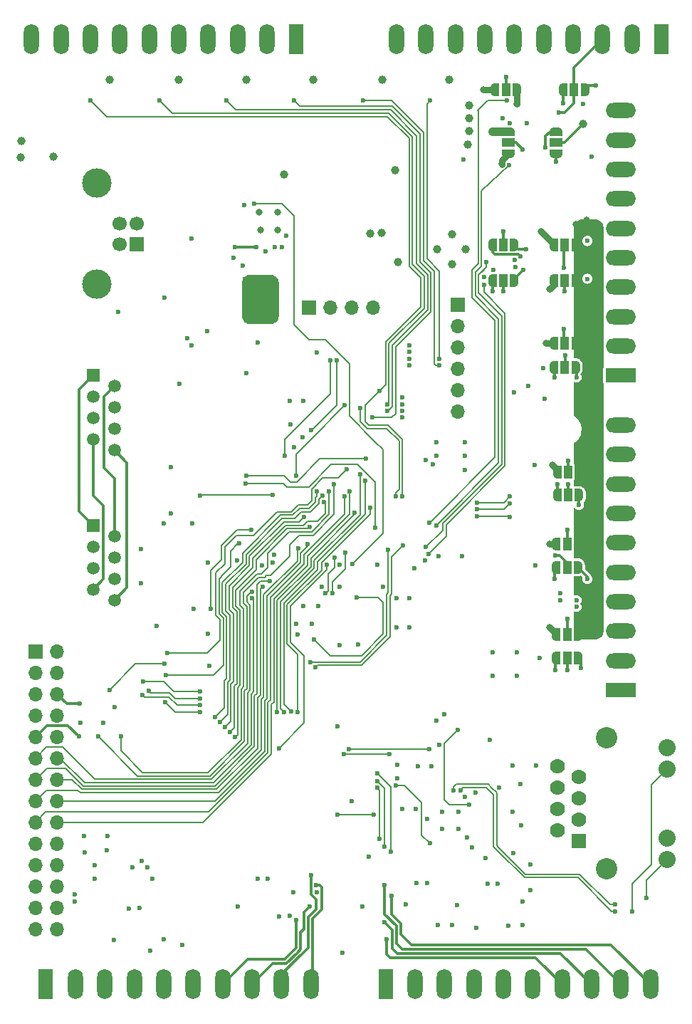
<source format=gbr>
%TF.GenerationSoftware,KiCad,Pcbnew,5.99.0-unknown-14cba9723f~116~ubuntu18.04.1*%
%TF.CreationDate,2021-02-18T14:37:27+01:00*%
%TF.ProjectId,Uni_Printer,556e695f-5072-4696-9e74-65722e6b6963,rev?*%
%TF.SameCoordinates,PX48009e0PY88da2e0*%
%TF.FileFunction,Copper,L4,Bot*%
%TF.FilePolarity,Positive*%
%FSLAX46Y46*%
G04 Gerber Fmt 4.6, Leading zero omitted, Abs format (unit mm)*
G04 Created by KiCad (PCBNEW 5.99.0-unknown-14cba9723f~116~ubuntu18.04.1) date 2021-02-18 14:37:27*
%MOMM*%
%LPD*%
G01*
G04 APERTURE LIST*
G04 Aperture macros list*
%AMFreePoly0*
4,1,22,0.550000,-0.750000,0.000000,-0.750000,0.000000,-0.745033,-0.079941,-0.743568,-0.215256,-0.701293,-0.333266,-0.622738,-0.424486,-0.514219,-0.481581,-0.384460,-0.499164,-0.250000,-0.500000,-0.250000,-0.500000,0.250000,-0.499164,0.250000,-0.499963,0.256109,-0.478152,0.396186,-0.417904,0.524511,-0.324060,0.630769,-0.204165,0.706417,-0.067858,0.745374,0.000000,0.744959,0.000000,0.750000,
0.550000,0.750000,0.550000,-0.750000,0.550000,-0.750000,$1*%
%AMFreePoly1*
4,1,20,0.000000,0.744959,0.073905,0.744508,0.209726,0.703889,0.328688,0.626782,0.421226,0.519385,0.479903,0.390333,0.500000,0.250000,0.500000,-0.250000,0.499851,-0.262216,0.476331,-0.402017,0.414519,-0.529596,0.319384,-0.634700,0.198574,-0.708877,0.061801,-0.746166,0.000000,-0.745033,0.000000,-0.750000,-0.550000,-0.750000,-0.550000,0.750000,0.000000,0.750000,0.000000,0.744959,
0.000000,0.744959,$1*%
G04 Aperture macros list end*
%TA.AperFunction,ComponentPad*%
%ADD10R,1.800000X3.600000*%
%TD*%
%TA.AperFunction,ComponentPad*%
%ADD11O,1.800000X3.600000*%
%TD*%
%TA.AperFunction,ComponentPad*%
%ADD12R,1.500000X1.500000*%
%TD*%
%TA.AperFunction,ComponentPad*%
%ADD13C,1.500000*%
%TD*%
%TA.AperFunction,ComponentPad*%
%ADD14R,3.600000X1.800000*%
%TD*%
%TA.AperFunction,ComponentPad*%
%ADD15O,3.600000X1.800000*%
%TD*%
%TA.AperFunction,ComponentPad*%
%ADD16R,1.700000X1.700000*%
%TD*%
%TA.AperFunction,ComponentPad*%
%ADD17O,1.700000X1.700000*%
%TD*%
%TA.AperFunction,ComponentPad*%
%ADD18R,1.778000X1.778000*%
%TD*%
%TA.AperFunction,ComponentPad*%
%ADD19C,1.778000*%
%TD*%
%TA.AperFunction,ComponentPad*%
%ADD20C,2.032000*%
%TD*%
%TA.AperFunction,ComponentPad*%
%ADD21C,2.540000*%
%TD*%
%TA.AperFunction,ComponentPad*%
%ADD22C,1.700000*%
%TD*%
%TA.AperFunction,ComponentPad*%
%ADD23C,3.500000*%
%TD*%
%TA.AperFunction,SMDPad,CuDef*%
%ADD24FreePoly0,0.000000*%
%TD*%
%TA.AperFunction,SMDPad,CuDef*%
%ADD25R,1.000000X1.500000*%
%TD*%
%TA.AperFunction,SMDPad,CuDef*%
%ADD26FreePoly1,0.000000*%
%TD*%
%TA.AperFunction,SMDPad,CuDef*%
%ADD27FreePoly0,180.000000*%
%TD*%
%TA.AperFunction,SMDPad,CuDef*%
%ADD28FreePoly1,180.000000*%
%TD*%
%TA.AperFunction,SMDPad,CuDef*%
%ADD29FreePoly0,90.000000*%
%TD*%
%TA.AperFunction,SMDPad,CuDef*%
%ADD30R,1.500000X1.000000*%
%TD*%
%TA.AperFunction,SMDPad,CuDef*%
%ADD31FreePoly1,90.000000*%
%TD*%
%TA.AperFunction,SMDPad,CuDef*%
%ADD32FreePoly0,270.000000*%
%TD*%
%TA.AperFunction,SMDPad,CuDef*%
%ADD33FreePoly1,270.000000*%
%TD*%
%TA.AperFunction,ViaPad*%
%ADD34C,0.600000*%
%TD*%
%TA.AperFunction,ViaPad*%
%ADD35C,1.000000*%
%TD*%
%TA.AperFunction,ViaPad*%
%ADD36C,0.800000*%
%TD*%
%TA.AperFunction,Conductor*%
%ADD37C,0.800000*%
%TD*%
%TA.AperFunction,Conductor*%
%ADD38C,0.200000*%
%TD*%
%TA.AperFunction,Conductor*%
%ADD39C,1.000000*%
%TD*%
%TA.AperFunction,Conductor*%
%ADD40C,0.300000*%
%TD*%
G04 APERTURE END LIST*
D10*
X4700000Y7500000D03*
D11*
X8200000Y7500000D03*
X11700000Y7500000D03*
X15200000Y7500000D03*
X18700000Y7500000D03*
X22200000Y7500000D03*
X25700000Y7500000D03*
X29200000Y7500000D03*
X32700000Y7500000D03*
X36200000Y7500000D03*
D12*
X10300000Y79900000D03*
D13*
X12840000Y78630000D03*
X10300000Y77360000D03*
X12840000Y76090000D03*
X10300000Y74820000D03*
X12840000Y73550000D03*
X10300000Y72280000D03*
X12840000Y71010000D03*
D14*
X73100000Y42500000D03*
D15*
X73100000Y46000000D03*
X73100000Y49500000D03*
X73100000Y53000000D03*
X73100000Y56500000D03*
X73100000Y60000000D03*
X73100000Y63500000D03*
X73100000Y67000000D03*
X73100000Y70500000D03*
X73100000Y74000000D03*
D16*
X3500000Y47120000D03*
D17*
X6040000Y47120000D03*
X3500000Y44580000D03*
X6040000Y44580000D03*
X3500000Y42040000D03*
X6040000Y42040000D03*
X3500000Y39500000D03*
X6040000Y39500000D03*
X3500000Y36960000D03*
X6040000Y36960000D03*
X3500000Y34420000D03*
X6040000Y34420000D03*
X3500000Y31880000D03*
X6040000Y31880000D03*
X3500000Y29340000D03*
X6040000Y29340000D03*
X3500000Y26800000D03*
X6040000Y26800000D03*
X3500000Y24260000D03*
X6040000Y24260000D03*
X3500000Y21720000D03*
X6040000Y21720000D03*
X3500000Y19180000D03*
X6040000Y19180000D03*
X3500000Y16640000D03*
X6040000Y16640000D03*
X3500000Y14100000D03*
X6040000Y14100000D03*
D16*
X53650000Y88275000D03*
D17*
X53650000Y85735000D03*
X53650000Y83195000D03*
X53650000Y80655000D03*
X53650000Y78115000D03*
X53650000Y75575000D03*
D10*
X77900000Y119900000D03*
D11*
X74400000Y119900000D03*
X70900000Y119900000D03*
X67400000Y119900000D03*
X63900000Y119900000D03*
X60400000Y119900000D03*
X56900000Y119900000D03*
X53400000Y119900000D03*
X49900000Y119900000D03*
X46400000Y119900000D03*
D10*
X34500000Y119900000D03*
D11*
X31000000Y119900000D03*
X27500000Y119900000D03*
X24000000Y119900000D03*
X20500000Y119900000D03*
X17000000Y119900000D03*
X13500000Y119900000D03*
X10000000Y119900000D03*
X6500000Y119900000D03*
X3000000Y119900000D03*
D10*
X45100000Y7500000D03*
D11*
X48600000Y7500000D03*
X52100000Y7500000D03*
X55600000Y7500000D03*
X59100000Y7500000D03*
X62600000Y7500000D03*
X66100000Y7500000D03*
X69600000Y7500000D03*
X73100000Y7500000D03*
X76600000Y7500000D03*
D14*
X73100000Y79900000D03*
D15*
X73100000Y83400000D03*
X73100000Y86900000D03*
X73100000Y90400000D03*
X73100000Y93900000D03*
X73100000Y97400000D03*
X73100000Y100900000D03*
X73100000Y104400000D03*
X73100000Y107900000D03*
X73100000Y111400000D03*
D18*
X68100000Y24600000D03*
D19*
X65560000Y25870000D03*
X68100000Y27140000D03*
X65560000Y28410000D03*
X68100000Y29680000D03*
X65560000Y30950000D03*
X68100000Y32220000D03*
X65560000Y33490000D03*
D20*
X78564800Y22395400D03*
X78564800Y24935000D03*
X78564800Y33130000D03*
X78564800Y35669200D03*
D21*
X71400000Y36795000D03*
X71400000Y21295000D03*
D16*
X15500000Y95500000D03*
D22*
X15500000Y98000000D03*
X13500000Y98000000D03*
X13500000Y95500000D03*
D23*
X10790000Y102770000D03*
X10790000Y90730000D03*
D16*
X36000000Y88000000D03*
D17*
X38540000Y88000000D03*
X41080000Y88000000D03*
X43620000Y88000000D03*
D12*
X10300000Y62100000D03*
D13*
X12840000Y60830000D03*
X10300000Y59560000D03*
X12840000Y58290000D03*
X10300000Y57020000D03*
X12840000Y55750000D03*
X10300000Y54480000D03*
X12840000Y53210000D03*
D24*
X65100000Y95400000D03*
D25*
X66400000Y95400000D03*
D26*
X67700000Y95400000D03*
D27*
X60400000Y91200000D03*
D25*
X59100000Y91200000D03*
D28*
X57800000Y91200000D03*
D24*
X65100000Y91200000D03*
D25*
X66400000Y91200000D03*
D26*
X67700000Y91200000D03*
D24*
X65100000Y83700000D03*
D25*
X66400000Y83700000D03*
D26*
X67700000Y83700000D03*
D27*
X68100000Y65700000D03*
D25*
X66800000Y65700000D03*
D28*
X65500000Y65700000D03*
D24*
X65400000Y59900000D03*
D25*
X66700000Y59900000D03*
D26*
X68000000Y59900000D03*
D27*
X67700000Y80900000D03*
D25*
X66400000Y80900000D03*
D28*
X65100000Y80900000D03*
D27*
X60700000Y113900000D03*
D25*
X59400000Y113900000D03*
D28*
X58100000Y113900000D03*
D24*
X65400000Y49100000D03*
D25*
X66700000Y49100000D03*
D26*
X68000000Y49100000D03*
D24*
X65500000Y68450000D03*
D25*
X66800000Y68450000D03*
D26*
X68100000Y68450000D03*
D29*
X65400000Y106300000D03*
D30*
X65400000Y107600000D03*
D31*
X65400000Y108900000D03*
D27*
X60400000Y95400000D03*
D25*
X59100000Y95400000D03*
D28*
X57800000Y95400000D03*
D27*
X68000000Y46300000D03*
D25*
X66700000Y46300000D03*
D28*
X65400000Y46300000D03*
D24*
X66200000Y113900000D03*
D25*
X67500000Y113900000D03*
D26*
X68800000Y113900000D03*
D27*
X68000000Y57100000D03*
D25*
X66700000Y57100000D03*
D28*
X65400000Y57100000D03*
D32*
X59700000Y108900000D03*
D30*
X59700000Y107600000D03*
D33*
X59700000Y106300000D03*
D34*
X54400000Y105600000D03*
X60700000Y47000000D03*
X33800000Y74100000D03*
X36900000Y82600000D03*
D35*
X54600000Y94900000D03*
D34*
X49800000Y57900000D03*
X51400000Y58400000D03*
X51300000Y14600000D03*
X22300000Y52200000D03*
X39650000Y54795581D03*
X11500000Y38600000D03*
X37490280Y54775125D03*
D35*
X51200000Y94900000D03*
D34*
X60400000Y77900000D03*
X51100000Y72000000D03*
X46400000Y53400000D03*
X15014505Y21391297D03*
X32400000Y15600000D03*
X47900000Y53400000D03*
X59900000Y109900000D03*
X19600000Y63500000D03*
X16800000Y21400000D03*
X53000000Y14600000D03*
X33700000Y15700000D03*
X9300000Y23200000D03*
X60500000Y92800000D03*
X35300000Y52500000D03*
X24000000Y57700000D03*
X51100000Y70400000D03*
X21500000Y84300000D03*
X31700000Y57700000D03*
X67800000Y53200000D03*
X30400000Y57300000D03*
X17100000Y11500000D03*
X57900000Y92500000D03*
X65900000Y53200000D03*
X18700000Y12900000D03*
X44800000Y54800000D03*
X9200000Y25150000D03*
X22000000Y83500000D03*
X61400000Y14587500D03*
X18700000Y62300000D03*
D35*
X53000000Y93100000D03*
D34*
X8800000Y38600000D03*
D35*
X53000000Y96700000D03*
D34*
X34200000Y71400000D03*
X59700000Y14500000D03*
X49900000Y69850000D03*
X37074998Y52500000D03*
X17900000Y50100000D03*
X11950000Y23500000D03*
X12900000Y40500000D03*
X36300000Y50400000D03*
X27000000Y93900000D03*
X20900000Y12200000D03*
X55900000Y14200000D03*
X14600000Y16500000D03*
X53800000Y28000000D03*
X36900000Y18500000D03*
D35*
X46200000Y104300000D03*
D34*
X48800000Y19600000D03*
X34600000Y49150000D03*
X53600000Y16900000D03*
X42300000Y16800000D03*
X31100000Y20100000D03*
X33300000Y96500000D03*
X58600000Y30900000D03*
X23900000Y85200000D03*
X54500000Y68700000D03*
X33700000Y76900000D03*
X64000000Y77100000D03*
X51800000Y26000000D03*
X47100000Y76500000D03*
X50040000Y19600000D03*
X28300000Y100200000D03*
X13300000Y87500000D03*
D35*
X52700000Y115100000D03*
D34*
X50700000Y69350000D03*
X51500000Y36000000D03*
X39600000Y47800000D03*
X69100000Y95900000D03*
X56800000Y91600000D03*
X31900000Y95200000D03*
D35*
X28500000Y115100000D03*
D34*
X24100000Y45400000D03*
D35*
X1700000Y105800000D03*
D34*
X29900000Y83800000D03*
X27500000Y16800000D03*
X57000000Y22500000D03*
D36*
X30200000Y97200000D03*
D34*
X19600000Y69000000D03*
X58400000Y19500000D03*
X61400000Y17387500D03*
X39400000Y38200000D03*
X15800000Y16600000D03*
D35*
X1750000Y107750000D03*
D34*
X54500000Y72000000D03*
X44080000Y57370000D03*
X62100000Y78700000D03*
X51800000Y28000000D03*
X48900000Y33450000D03*
D35*
X36500000Y115100000D03*
D34*
X39620000Y57400000D03*
D35*
X12300000Y115100000D03*
D34*
X28500000Y80200000D03*
X47900000Y83500000D03*
X12800000Y12800000D03*
X22100000Y62300000D03*
X22034411Y96200010D03*
X47100000Y28400000D03*
X35200000Y72600000D03*
X63800000Y80800000D03*
X69600000Y105900000D03*
D35*
X43250000Y96800000D03*
D34*
X46400000Y50000000D03*
X69100000Y91400000D03*
X47900000Y82700000D03*
X10500000Y21700000D03*
D35*
X5600000Y105900000D03*
D34*
X47100000Y77300000D03*
X40000000Y11300000D03*
X57800000Y47000000D03*
X48500000Y57000000D03*
X59000000Y110500000D03*
D36*
X32300000Y99349998D03*
D34*
X16000000Y59300000D03*
X67800000Y52400000D03*
X60200000Y33500000D03*
X17400000Y20100000D03*
X50550000Y33450000D03*
X34500000Y50400000D03*
X41100000Y29300000D03*
X62800000Y69300000D03*
X47900000Y81900000D03*
D36*
X30100000Y99349998D03*
D34*
X57200000Y19500000D03*
X18800000Y89200000D03*
X47100000Y74900000D03*
X57500000Y36600000D03*
X52100000Y39600000D03*
D35*
X44700000Y115100000D03*
D34*
X47100000Y75700000D03*
X61900000Y109900000D03*
X41800000Y47900000D03*
X34100000Y18500000D03*
D35*
X44650000Y96850000D03*
D34*
X54500000Y70400000D03*
X63400000Y46300000D03*
X54200000Y58400000D03*
D35*
X33000000Y103800000D03*
D34*
X47900000Y81100000D03*
X47500000Y17000000D03*
X43100000Y22700000D03*
X35300000Y76900000D03*
X12000000Y25150000D03*
X10500000Y20100000D03*
X27400000Y57900000D03*
X16100000Y22200000D03*
X29900000Y20100000D03*
X24000000Y49200000D03*
X32800000Y95200000D03*
D36*
X32300000Y97200000D03*
D34*
X62300000Y18700000D03*
D35*
X20500000Y115100000D03*
D34*
X20600000Y78900000D03*
X16000000Y55200000D03*
X53800000Y26000000D03*
X47900000Y50000000D03*
X60434358Y93650000D03*
X62900000Y57300000D03*
X65900000Y54000003D03*
X28100000Y93000000D03*
X30800000Y94700000D03*
D35*
X46600000Y93400000D03*
D34*
X31800000Y58600000D03*
X68600000Y112200000D03*
D36*
X58900000Y105100000D03*
X56700000Y113900000D03*
X69000000Y98400000D03*
D34*
X30600000Y87100000D03*
X31700000Y87100000D03*
X28500000Y87100000D03*
X28400000Y91400000D03*
X30600000Y91400000D03*
X31700000Y91400000D03*
X29500000Y87100000D03*
D36*
X67700000Y97900000D03*
D34*
X29400000Y91400000D03*
X50300000Y35500000D03*
X40700000Y35500000D03*
X39407114Y27692886D03*
X43700000Y27692886D03*
X36600000Y48500000D03*
X41700000Y53500000D03*
X29500000Y100300000D03*
X41140000Y57480000D03*
X35400000Y63100000D03*
X26000000Y38100000D03*
X56000000Y63200000D03*
X59900000Y63100000D03*
X56000000Y64800000D03*
X59875735Y65524265D03*
X59900000Y64700000D03*
X56000000Y64000000D03*
X26600000Y37500000D03*
X37787851Y64860000D03*
D36*
X64200000Y83700000D03*
D35*
X55000000Y110500000D03*
D36*
X64600000Y59900000D03*
X64600000Y50000000D03*
X60700000Y112200000D03*
D35*
X54900000Y107400000D03*
X55000000Y109000000D03*
D36*
X64900000Y69300000D03*
X64600000Y90200000D03*
X63600000Y97000000D03*
D35*
X55000000Y112000000D03*
D36*
X57800000Y108900000D03*
D34*
X57100000Y93400000D03*
X49900000Y59500000D03*
X56775021Y90700000D03*
X50200000Y58700000D03*
X59500000Y112600000D03*
X50300000Y62400000D03*
X59800000Y104900000D03*
X51100000Y62100000D03*
X33865019Y39932041D03*
X23000000Y41500003D03*
X16900000Y42400000D03*
X42640000Y67400000D03*
X66500000Y82300000D03*
X23000000Y42300006D03*
X43240000Y64200000D03*
X16300000Y43500000D03*
X34664965Y39922604D03*
X18800000Y45600000D03*
X12250000Y42500000D03*
X18900000Y41100000D03*
X32200000Y39900000D03*
X41400000Y63600000D03*
X23000000Y39900000D03*
X45200000Y12900000D03*
X45000000Y14900000D03*
X45800000Y18000000D03*
X42040000Y68140000D03*
X16200000Y41900000D03*
X23000000Y40700000D03*
X33024265Y39924265D03*
X45000000Y19300000D03*
X36200000Y20500000D03*
X27675000Y59925000D03*
X19000000Y44300000D03*
X36850000Y19298437D03*
X19100000Y46900000D03*
X40480000Y68740000D03*
X36100000Y16800000D03*
X34500000Y15200000D03*
X44375735Y24775735D03*
X44074265Y30900000D03*
X45000000Y23899980D03*
X44113494Y31709300D03*
X45700000Y23299980D03*
X44085662Y32585662D03*
X8100000Y17400000D03*
X8124265Y18224265D03*
X66700000Y44900000D03*
X65300000Y44900000D03*
X65300000Y58500000D03*
X65200000Y55700000D03*
X66800000Y67000000D03*
X65500000Y67000000D03*
X65200000Y79700000D03*
X68300000Y45100000D03*
X69100000Y55700000D03*
X39020000Y58280000D03*
X37914579Y54000000D03*
X29200000Y54200000D03*
X48700000Y28400000D03*
X57800000Y44200000D03*
X55400000Y23800000D03*
X60300000Y23100000D03*
X61200000Y26400000D03*
X54500000Y29800000D03*
X63000000Y33500000D03*
X46450000Y33600000D03*
X60700000Y44200000D03*
X50000000Y27200000D03*
X46450000Y32000000D03*
X62300000Y21800000D03*
X54800000Y25000000D03*
X61100000Y31300000D03*
X60200000Y28000000D03*
X55800000Y30300000D03*
X51100000Y38900000D03*
X38790000Y54000000D03*
X29200000Y53400000D03*
X40310000Y58890000D03*
X31324266Y55424266D03*
X68100000Y64500000D03*
X65700000Y111200000D03*
X30475735Y54824265D03*
X34715735Y59364265D03*
X40190000Y65500000D03*
X40790000Y66110000D03*
X66700000Y61600000D03*
X66800000Y69800000D03*
X66300000Y85400000D03*
X25400000Y38700000D03*
X37620000Y65660000D03*
X24800000Y39300000D03*
X36940000Y66150000D03*
X43840001Y61840001D03*
X28490000Y67080000D03*
X66300000Y92700000D03*
X61800000Y94900000D03*
X61100000Y94100000D03*
X23000000Y65650000D03*
X31659265Y65669265D03*
X59400000Y115400000D03*
X66200000Y112300000D03*
X70100000Y114400000D03*
X53700000Y37800000D03*
X55000000Y28900000D03*
X29700000Y95200000D03*
X27200000Y95200000D03*
X66400000Y89924990D03*
X61500000Y92500000D03*
X57800000Y89900000D03*
X61400000Y106800000D03*
X46350000Y31200000D03*
X50375735Y24275735D03*
X45550000Y34900000D03*
X40100000Y34900000D03*
X67800000Y79700000D03*
X59100000Y89900000D03*
X72400000Y17000000D03*
X53199265Y30550735D03*
X72400000Y16200000D03*
X54000000Y30600000D03*
X74400000Y16200000D03*
X76100000Y17800000D03*
X65400000Y105300000D03*
X64100000Y107000000D03*
X40200000Y76400000D03*
X34430000Y68030000D03*
X50400000Y112600000D03*
X51500000Y81900000D03*
X34200000Y112600000D03*
X43500000Y74900000D03*
X18200000Y112600000D03*
X45300000Y76500000D03*
X42100000Y76000000D03*
X46300000Y65500000D03*
X51500000Y81100000D03*
X42400000Y112600000D03*
X26200000Y112600000D03*
X45300000Y75700000D03*
X44400000Y78100000D03*
X10000000Y112600000D03*
X47100000Y65500000D03*
X29150000Y61550000D03*
X24290000Y52200000D03*
X59100000Y97000000D03*
D35*
X68600000Y109800000D03*
D34*
X33100000Y70400000D03*
X38500000Y81700000D03*
X36224989Y73400000D03*
X39300000Y81700000D03*
X47140000Y59700000D03*
X36771014Y45240000D03*
X36180000Y45840000D03*
X45400000Y59200000D03*
X36075735Y61924265D03*
X27200000Y36900000D03*
X32400000Y35600000D03*
X38097571Y57400000D03*
X35775468Y59824532D03*
X38387851Y66100000D03*
X13600000Y37000000D03*
X38987851Y66985421D03*
X10900000Y37000000D03*
X8600000Y37000000D03*
X66700000Y51000000D03*
X42800000Y70000000D03*
X28500973Y68018811D03*
X8700000Y40900000D03*
D37*
X59700000Y106300000D02*
X58900000Y105500000D01*
X68150000Y68450000D02*
X68100000Y68450000D01*
X56700000Y113900000D02*
X58100000Y113900000D01*
X58900000Y105500000D02*
X58900000Y105027867D01*
D38*
X50300000Y35500000D02*
X40700000Y35500000D01*
X43700000Y27692886D02*
X39407114Y27692886D01*
X44800000Y49160000D02*
X44800000Y50250000D01*
X44799999Y62259999D02*
X44799999Y71100001D01*
X32800000Y100300000D02*
X34200000Y98900000D01*
X37950000Y84150000D02*
X35950000Y84150000D01*
X42240000Y46600000D02*
X38500000Y46600000D01*
X40800000Y75100000D02*
X40800000Y81300000D01*
X38500000Y46600000D02*
X36600000Y48500000D01*
X34200000Y98900000D02*
X34200000Y85900000D01*
X44200000Y53500000D02*
X44800000Y52900000D01*
X44800000Y52900000D02*
X44800000Y50250000D01*
X40800000Y81300000D02*
X37950000Y84150000D01*
X42240000Y46600000D02*
X44800000Y49160000D01*
X35950000Y84150000D02*
X34200000Y85900000D01*
X44799999Y61139999D02*
X44799999Y62259999D01*
X43900000Y72000000D02*
X44799999Y71100001D01*
X41140000Y57480000D02*
X44799999Y61139999D01*
X29500000Y100300000D02*
X32800000Y100300000D01*
X43900000Y72000000D02*
X40800000Y75100000D01*
X41700000Y53500000D02*
X44200000Y53500000D01*
X33000000Y62500000D02*
X34800000Y62500000D01*
X26700000Y38800000D02*
X26700000Y43200000D01*
X34800000Y62500000D02*
X35400000Y63100000D01*
X26000000Y38100000D02*
X26700000Y38800000D01*
X28900000Y58400000D02*
X33000000Y62500000D01*
X27000000Y51600000D02*
X26500000Y52100000D01*
X26500000Y54900000D02*
X28900000Y57300000D01*
X27000000Y43500000D02*
X27000000Y51600000D01*
X26700000Y43200000D02*
X27000000Y43500000D01*
X28900000Y57300000D02*
X28900000Y58400000D01*
X26500000Y52100000D02*
X26500000Y54900000D01*
X56000000Y63200000D02*
X59800000Y63200000D01*
X59800000Y63200000D02*
X59900000Y63100000D01*
X56000000Y64800000D02*
X59151470Y64800000D01*
X59151470Y64800000D02*
X59875735Y65524265D01*
X56000000Y64000000D02*
X59200000Y64000000D01*
X59200000Y64000000D02*
X59900000Y64700000D01*
X35800000Y62600000D02*
X37000000Y62600000D01*
X29300000Y57100000D02*
X29300000Y58200000D01*
X27100000Y38000000D02*
X27100000Y43000000D01*
X37900000Y64060000D02*
X37900000Y64747851D01*
X27400000Y51800000D02*
X26900000Y52300000D01*
X26600000Y37500000D02*
X27100000Y38000000D01*
X37000000Y62600000D02*
X37900000Y63500000D01*
X27400000Y43300000D02*
X27400000Y44300000D01*
X29300000Y58200000D02*
X33200000Y62100000D01*
X26900000Y52300000D02*
X26900000Y54700000D01*
X37900000Y64747851D02*
X37787851Y64860000D01*
X33200000Y62100000D02*
X35300000Y62100000D01*
X37900000Y63500000D02*
X37900000Y64060000D01*
X27400000Y44300000D02*
X27400000Y51800000D01*
X27100000Y43000000D02*
X27400000Y43300000D01*
X26900000Y54700000D02*
X29300000Y57100000D01*
X35300000Y62100000D02*
X35800000Y62600000D01*
D37*
X65400000Y59900000D02*
X64600000Y59900000D01*
X65100000Y91200000D02*
X65100000Y90700000D01*
D39*
X57800000Y108900000D02*
X58599998Y108900000D01*
D37*
X65100000Y95400000D02*
X65100000Y95500000D01*
X65100000Y90700000D02*
X64600000Y90200000D01*
X65400000Y49100000D02*
X64600000Y50000000D01*
X65100000Y95500000D02*
X63600000Y97000000D01*
X65500000Y68700000D02*
X64900000Y69300000D01*
D39*
X59700000Y108900000D02*
X59685000Y108885000D01*
D37*
X65100000Y83700000D02*
X64200000Y83700000D01*
X65500000Y68450000D02*
X65500000Y68700000D01*
D39*
X58599998Y108900000D02*
X59700000Y108900000D01*
D37*
X60700000Y113900000D02*
X60700000Y112200000D01*
D38*
X58900000Y87000000D02*
X56175011Y89724989D01*
X58900000Y69334302D02*
X58900000Y87000000D01*
X49900000Y59500000D02*
X51900000Y61500000D01*
X56175011Y91875011D02*
X56800000Y92500000D01*
X56175011Y89724989D02*
X56175011Y91875011D01*
X51900000Y61500000D02*
X51900000Y62334302D01*
X56175011Y91875011D02*
X57100000Y92800000D01*
X51900000Y62334302D02*
X58900000Y69334302D01*
X57100000Y92800000D02*
X57100000Y93400000D01*
X56775021Y89824979D02*
X56775021Y90700000D01*
X59300000Y71100000D02*
X59300018Y71099982D01*
X52300008Y62168596D02*
X52300008Y60800008D01*
X52300008Y60800008D02*
X50200000Y58700000D01*
X59300000Y87300000D02*
X59300000Y86400000D01*
X59300000Y87300000D02*
X59300000Y71100000D01*
X52300000Y62168604D02*
X52300008Y62168596D01*
X59300017Y69168621D02*
X52300000Y62168604D01*
X59300018Y71099982D02*
X59300017Y69168621D01*
X59300000Y87300000D02*
X56775021Y89824979D01*
X55374971Y92474971D02*
X56100000Y93200000D01*
X58100000Y86450000D02*
X58100000Y85550000D01*
X57200000Y112600000D02*
X59500000Y112600000D01*
X55374971Y89175029D02*
X55374971Y90350029D01*
X50600000Y62700000D02*
X50300000Y62400000D01*
X55374971Y89175029D02*
X55374971Y92474971D01*
X56050000Y111450000D02*
X57200000Y112600000D01*
X58100000Y86450000D02*
X58100000Y70200000D01*
X58100000Y86450000D02*
X55374971Y89175029D01*
X56100000Y93200000D02*
X56100000Y111400000D01*
X58100000Y70200000D02*
X50600000Y62700000D01*
X56100000Y111400000D02*
X56050000Y111450000D01*
X55774991Y89375007D02*
X55774991Y92174991D01*
X56500000Y99000000D02*
X56500000Y99400000D01*
X59800000Y104900000D02*
X56500000Y101900000D01*
X58500000Y69500000D02*
X51100000Y62100000D01*
X55774991Y92174991D02*
X56500000Y92900000D01*
X55774991Y89375007D02*
X55924999Y89224999D01*
X56500000Y101900000D02*
X56500000Y99000000D01*
X58500000Y86649998D02*
X58500000Y69500000D01*
X55774991Y89375007D02*
X58500000Y86649998D01*
X56500000Y92900000D02*
X56500000Y99000000D01*
X20099997Y41500003D02*
X19400000Y42200000D01*
X23000000Y41500003D02*
X20099997Y41500003D01*
X33000066Y40796994D02*
X33000066Y52817857D01*
X33000066Y52817857D02*
X37000066Y56817857D01*
X19400000Y42200000D02*
X17100000Y42200000D01*
X37000066Y56817857D02*
X37000066Y57746364D01*
X42640000Y63386300D02*
X42640000Y67400000D01*
X37000066Y57746364D02*
X42640000Y63386300D01*
X17100000Y42200000D02*
X16900000Y42400000D01*
X33865019Y39932041D02*
X33000066Y40796994D01*
D40*
X66500000Y80900000D02*
X66500000Y82300000D01*
D38*
X43240000Y63420602D02*
X43240000Y64200000D01*
X23000000Y42300006D02*
X19899994Y42300006D01*
X33400077Y52652169D02*
X37497570Y56749662D01*
X18700000Y43500000D02*
X16300000Y43500000D01*
X34664965Y46735035D02*
X33400077Y47999923D01*
X37497570Y57678167D02*
X43240000Y63420602D01*
X37497570Y56749662D02*
X37497570Y57678167D01*
X19899994Y42300006D02*
X18700000Y43500000D01*
X33400077Y47999923D02*
X33400077Y52652169D01*
X34664965Y39922604D02*
X34664965Y46735035D01*
X12250000Y42500000D02*
X15350000Y45600000D01*
X15350000Y45600000D02*
X18800000Y45600000D01*
X23000000Y39900000D02*
X20100000Y39900000D01*
X20100000Y39900000D02*
X18900000Y41100000D01*
X41400000Y63400000D02*
X41400000Y63600000D01*
X36200044Y57149234D02*
X36200044Y58200044D01*
X32200044Y53149234D02*
X36200044Y57149234D01*
X32200000Y39900000D02*
X32200044Y39900044D01*
X32200044Y39900044D02*
X32200044Y53149234D01*
X36200044Y58200044D02*
X41400000Y63400000D01*
D40*
X62900000Y10700000D02*
X45600000Y10700000D01*
X63400000Y10200000D02*
X62900000Y10700000D01*
X45600000Y10700000D02*
X45200000Y11100000D01*
X66100000Y7500000D02*
X63400000Y10200000D01*
X45200000Y11100000D02*
X45200000Y12900000D01*
X65900000Y11200000D02*
X46500000Y11200000D01*
X45900000Y11800000D02*
X45900000Y14000000D01*
X45900000Y14000000D02*
X45000000Y14900000D01*
X46500000Y11200000D02*
X45900000Y11800000D01*
X69600000Y7500000D02*
X65900000Y11200000D01*
X76600000Y7500000D02*
X71900000Y12200000D01*
X46900020Y13499980D02*
X46900020Y14699980D01*
X71900000Y12200000D02*
X48200000Y12200000D01*
X48200000Y12200000D02*
X46900020Y13499980D01*
X45800000Y15800000D02*
X45800000Y18000000D01*
X46900020Y14699980D02*
X45800000Y15800000D01*
D38*
X20300000Y40700000D02*
X19299999Y41700001D01*
X32600055Y52983545D02*
X36600055Y56983545D01*
X32600055Y40348475D02*
X32600055Y52983545D01*
X36600055Y57912053D02*
X42040000Y63351998D01*
X23000000Y40700000D02*
X20300000Y40700000D01*
X19299999Y41700001D02*
X16399999Y41700001D01*
X42040000Y63351998D02*
X42040000Y68140000D01*
X36600055Y56983545D02*
X36600055Y57912053D01*
X16399999Y41700001D02*
X16200000Y41900000D01*
X33024265Y39924265D02*
X32600055Y40348475D01*
D40*
X46400010Y12399990D02*
X46400010Y14461992D01*
X46400010Y14461992D02*
X45000000Y15862002D01*
X73100000Y7500000D02*
X68900000Y11700000D01*
X47100000Y11700000D02*
X46400010Y12399990D01*
X45000000Y15862002D02*
X45000000Y19300000D01*
X68900000Y11700000D02*
X47100000Y11700000D01*
X35457120Y11442880D02*
X35900010Y11885770D01*
X32700000Y7500000D02*
X32700000Y8685760D01*
X35900010Y15500010D02*
X36800000Y16400000D01*
X32700000Y8685760D02*
X35457120Y11442880D01*
X35900010Y11885770D02*
X35900010Y15500010D01*
X36800000Y16400000D02*
X36800000Y17600000D01*
X36200000Y18200000D02*
X36200000Y20500000D01*
X36800000Y17600000D02*
X36200000Y18200000D01*
D38*
X27550000Y59925000D02*
X27675000Y59925000D01*
X25554837Y56054837D02*
X26675000Y57175000D01*
X25290000Y51570000D02*
X25290000Y55708530D01*
X26675000Y59050000D02*
X27550000Y59925000D01*
X19000000Y44300000D02*
X24600000Y44300000D01*
X25800000Y51060000D02*
X25290000Y51570000D01*
X25554837Y55973367D02*
X25554837Y56054837D01*
X26675000Y57175000D02*
X26675000Y59050000D01*
X25800000Y45500000D02*
X25800000Y51060000D01*
X24600000Y44300000D02*
X25800000Y45500000D01*
X25290000Y55708530D02*
X25554837Y55973367D01*
D40*
X37550001Y19022700D02*
X37550001Y16442881D01*
X36400020Y15292900D02*
X36400020Y7700020D01*
X37550001Y16442881D02*
X36400020Y15292900D01*
X37274264Y19298437D02*
X37550001Y19022700D01*
X36850000Y19298437D02*
X37274264Y19298437D01*
X36400020Y7700020D02*
X36200000Y7500000D01*
D38*
X25400000Y50870000D02*
X24890000Y51380000D01*
X24890000Y51380000D02*
X24890000Y56438002D01*
X36320000Y65050000D02*
X36320000Y66418002D01*
X29363499Y60911501D02*
X32161998Y63710000D01*
X37601998Y67700000D02*
X39440000Y67700000D01*
X33880000Y63710000D02*
X34700000Y64530000D01*
X27336501Y60911501D02*
X29363499Y60911501D01*
X23900000Y46900000D02*
X25400000Y48400000D01*
X25400000Y48400000D02*
X25400000Y50870000D01*
X32161998Y63710000D02*
X33880000Y63710000D01*
X25975999Y57524001D02*
X25975999Y59550999D01*
X35800000Y64530000D02*
X36320000Y65050000D01*
X39440000Y67700000D02*
X40480000Y68740000D01*
X19100000Y46900000D02*
X23900000Y46900000D01*
X25975999Y59550999D02*
X27336501Y60911501D01*
X24890000Y56438002D02*
X25975999Y57524001D01*
X36320000Y66418002D02*
X37601998Y67700000D01*
X34700000Y64530000D02*
X35800000Y64530000D01*
D40*
X34603560Y11296440D02*
X35000010Y11692890D01*
X32600000Y10000000D02*
X32600008Y9999992D01*
X33307112Y9999992D02*
X34603560Y11296440D01*
X35000010Y13692890D02*
X35400000Y14092880D01*
X31700000Y10000000D02*
X29200000Y7500000D01*
X35400000Y14092880D02*
X35400000Y16100000D01*
X32600000Y10000000D02*
X31700000Y10000000D01*
X32600008Y9999992D02*
X33307112Y9999992D01*
X35400000Y16100000D02*
X36100000Y16800000D01*
X35000010Y11692890D02*
X35000010Y13692890D01*
X34500000Y11900000D02*
X33100000Y10500000D01*
X28700000Y10500000D02*
X25700000Y7500000D01*
X33100000Y10500000D02*
X28700000Y10500000D01*
X34500000Y15200000D02*
X34500000Y11900000D01*
D38*
X44375735Y24775735D02*
X44375735Y30598530D01*
X44375735Y30598530D02*
X44074265Y30900000D01*
X45000000Y30822794D02*
X44113494Y31709300D01*
X45000000Y23899980D02*
X45000000Y30822794D01*
X45700000Y31010796D02*
X44125134Y32585662D01*
X44125134Y32585662D02*
X44085662Y32585662D01*
X45700000Y23299980D02*
X45700000Y31010796D01*
D40*
X66700000Y44900000D02*
X66700000Y45800000D01*
X66700000Y45800000D02*
X66700000Y46300000D01*
X65300000Y46200000D02*
X65400000Y46300000D01*
X65300000Y44900000D02*
X65300000Y46200000D01*
X66700000Y57594990D02*
X66700000Y57100000D01*
X65794990Y58500000D02*
X66700000Y57594990D01*
X65300000Y58500000D02*
X65794990Y58500000D01*
X65200000Y55700000D02*
X65200000Y56900000D01*
X65200000Y56900000D02*
X65400000Y57100000D01*
X66800000Y65700000D02*
X66800000Y67000000D01*
X65500000Y65700000D02*
X65500000Y67000000D01*
X65200000Y80900000D02*
X65200000Y79700000D01*
X68300000Y45100000D02*
X68300000Y46000000D01*
X68300000Y46000000D02*
X68000000Y46300000D01*
X69100000Y55700000D02*
X69100000Y56000000D01*
X69100000Y56000000D02*
X68000000Y57100000D01*
D38*
X28599999Y53000001D02*
X28599999Y53699999D01*
X4780000Y35700000D02*
X6700000Y35700000D01*
X29000000Y52200000D02*
X29000000Y52600000D01*
X10500000Y31900000D02*
X24400000Y31900000D01*
X38230000Y54315421D02*
X38230000Y56270000D01*
X28700000Y42200000D02*
X29000000Y42500000D01*
X28599999Y53699999D02*
X29100000Y54200000D01*
X38230000Y56270000D02*
X39020000Y57060000D01*
X29100000Y54200000D02*
X29200000Y54200000D01*
X28700000Y36200000D02*
X28700000Y42200000D01*
X3500000Y34420000D02*
X4780000Y35700000D01*
X6700000Y35700000D02*
X10500000Y31900000D01*
X39020000Y57060000D02*
X39020000Y58280000D01*
X29000000Y52600000D02*
X28599999Y53000001D01*
X24400000Y31900000D02*
X28700000Y36200000D01*
X37914579Y54000000D02*
X38230000Y54315421D01*
X29000000Y42500000D02*
X29000000Y52200000D01*
X29400000Y42300000D02*
X29400000Y53200000D01*
X40310000Y56930000D02*
X40310000Y58890000D01*
X6377094Y34420000D02*
X9297094Y31500000D01*
X6040000Y34420000D02*
X6377094Y34420000D01*
X38790000Y54000000D02*
X38790000Y55410000D01*
X29100000Y42000000D02*
X29400000Y42300000D01*
X29100000Y36000000D02*
X29100000Y42000000D01*
X29400000Y53200000D02*
X29200000Y53400000D01*
X24600000Y31500000D02*
X29100000Y36000000D01*
X38790000Y55410000D02*
X40310000Y56930000D01*
X9297094Y31500000D02*
X24600000Y31500000D01*
X30224266Y55424266D02*
X31324266Y55424266D01*
X29800000Y55000000D02*
X30224266Y55424266D01*
X29800000Y42100000D02*
X29800000Y53500000D01*
X4820000Y33200000D02*
X7031396Y33200000D01*
X7031396Y33200000D02*
X9131396Y31100000D01*
X29800000Y53500000D02*
X29800000Y54200000D01*
X3500000Y31880000D02*
X4820000Y33200000D01*
X29500000Y41800000D02*
X29800000Y42100000D01*
X24800000Y31100000D02*
X29500000Y35800000D01*
X29500000Y35800000D02*
X29500000Y41800000D01*
X9131396Y31100000D02*
X24800000Y31100000D01*
X29800000Y54200000D02*
X29800000Y55000000D01*
D40*
X68100000Y64500000D02*
X68100000Y65700000D01*
X66400000Y111200000D02*
X65700000Y111200000D01*
X67500000Y116500000D02*
X70900000Y119900000D01*
X67500000Y112300000D02*
X66400000Y111200000D01*
X67500000Y113900000D02*
X67500000Y112300000D01*
X67500000Y113900000D02*
X67500000Y116500000D01*
D38*
X25000000Y30700000D02*
X29900000Y35600000D01*
X7785699Y31879999D02*
X8965698Y30700000D01*
X30200000Y54548530D02*
X30475735Y54824265D01*
X30200000Y53500000D02*
X30200000Y54548530D01*
X30200000Y41900000D02*
X30200000Y53500000D01*
X29900000Y41600000D02*
X30200000Y41900000D01*
X29900000Y35600000D02*
X29900000Y41600000D01*
X6040000Y31880000D02*
X7785699Y31879999D01*
X8965698Y30700000D02*
X25000000Y30700000D01*
X30600000Y41665698D02*
X30600000Y53811998D01*
X25200000Y30300000D02*
X30300000Y35400000D01*
X3500000Y29340000D02*
X4760000Y30600000D01*
X4760000Y30600000D02*
X8500000Y30600000D01*
X30600000Y53811998D02*
X34600000Y57811998D01*
X8500000Y30600000D02*
X8800000Y30300000D01*
X30300001Y41365699D02*
X30600000Y41665698D01*
X34600000Y59248530D02*
X34715735Y59364265D01*
X30300000Y35400000D02*
X30300001Y41365699D01*
X34600000Y57811998D02*
X34600000Y59248530D01*
X8800000Y30300000D02*
X25200000Y30300000D01*
X31100022Y35068622D02*
X31100023Y41034321D01*
X35400022Y58600556D02*
X40190000Y63390534D01*
X31400022Y41334320D02*
X31400022Y53480620D01*
X3500000Y26800000D02*
X4700000Y28000000D01*
X40190000Y63390534D02*
X40190000Y65500000D01*
X35400022Y57480620D02*
X35400022Y58600556D01*
X4700000Y28000000D02*
X24031400Y28000000D01*
X24031400Y28000000D02*
X31100022Y35068622D01*
X31100023Y41034321D02*
X31400022Y41334320D01*
X31400022Y53480620D02*
X35400022Y57480620D01*
X23397100Y26800000D02*
X31500033Y34902933D01*
X40790000Y63390000D02*
X40790000Y66110000D01*
X31500034Y40800034D02*
X31800033Y41100033D01*
X6040000Y26800000D02*
X23397100Y26800000D01*
X31500033Y34902933D02*
X31500034Y40800034D01*
X35800033Y57314931D02*
X35800033Y58400033D01*
X35800033Y58400033D02*
X40790000Y63390000D01*
X31800033Y53314931D02*
X35800033Y57314931D01*
X31800033Y41100033D02*
X31800033Y53314931D01*
D40*
X66700000Y59900000D02*
X66700000Y61600000D01*
X66800000Y68450000D02*
X66800000Y69800000D01*
X66300000Y85400000D02*
X66300000Y83800000D01*
X66300000Y83800000D02*
X66400000Y83700000D01*
D38*
X26100000Y55100000D02*
X28500000Y57500000D01*
X28500000Y58600000D02*
X32800000Y62900000D01*
X37150000Y65190000D02*
X37620000Y65660000D01*
X32800000Y62900000D02*
X34270000Y62900000D01*
X37150000Y64710000D02*
X37150000Y65190000D01*
X36140001Y63700001D02*
X37150000Y64710000D01*
X26600000Y43700000D02*
X26600000Y51434302D01*
X26300000Y39600000D02*
X26300000Y43400000D01*
X26100000Y51934302D02*
X26100000Y55100000D01*
X26300000Y43400000D02*
X26600000Y43700000D01*
X26600000Y51434302D02*
X26100000Y51934302D01*
X34270000Y62900000D02*
X35070001Y63700001D01*
X28500000Y57500000D02*
X28500000Y58600000D01*
X25400000Y38700000D02*
X26300000Y39600000D01*
X35070001Y63700001D02*
X36140001Y63700001D01*
X25690000Y55260000D02*
X28100000Y57670000D01*
X35960000Y64110000D02*
X36750000Y64900000D01*
X26200000Y43900000D02*
X26200000Y51260000D01*
X36940000Y65550000D02*
X36940000Y66150000D01*
X25900000Y40400000D02*
X25900000Y43600000D01*
X28100000Y58780000D02*
X32630000Y63310000D01*
X32630000Y63310000D02*
X34050000Y63310000D01*
X34050000Y63310000D02*
X34850000Y64110000D01*
X25900000Y43600000D02*
X26200000Y43900000D01*
X34850000Y64110000D02*
X35960000Y64110000D01*
X26200000Y51260000D02*
X25690000Y51770000D01*
X36750000Y65360000D02*
X36940000Y65550000D01*
X25690000Y51770000D02*
X25690000Y55260000D01*
X36750000Y64900000D02*
X36750000Y65360000D01*
X24800000Y39300000D02*
X25900000Y40400000D01*
X28100000Y57670000D02*
X28100000Y58780000D01*
X35950000Y66650000D02*
X33350000Y66650000D01*
X32920000Y67080000D02*
X28490000Y67080000D01*
X43840001Y61840001D02*
X43840001Y67228001D01*
X33350000Y66650000D02*
X32920000Y67080000D01*
X43840001Y67228001D02*
X41718002Y69350000D01*
X38650000Y69350000D02*
X35950000Y66650000D01*
X41718002Y69350000D02*
X38650000Y69350000D01*
D40*
X66300000Y95300000D02*
X66400000Y95400000D01*
X66300000Y92700000D02*
X66300000Y95300000D01*
X60900000Y94900000D02*
X60400000Y95400000D01*
X61800000Y94900000D02*
X60900000Y94900000D01*
X58100000Y94300000D02*
X60900000Y94300000D01*
X57800000Y95400000D02*
X57800000Y94600000D01*
X57800000Y94600000D02*
X58100000Y94300000D01*
X60900000Y94300000D02*
X61100000Y94100000D01*
D38*
X23019265Y65669265D02*
X23000000Y65650000D01*
X31659265Y65669265D02*
X23019265Y65669265D01*
D40*
X59400000Y113900000D02*
X59400000Y115400000D01*
X66200000Y113900000D02*
X66200000Y112300000D01*
X70100000Y114400000D02*
X69300000Y114400000D01*
X69300000Y114400000D02*
X68800000Y113900000D01*
D38*
X52700000Y28900000D02*
X52100000Y29500000D01*
X55000000Y28900000D02*
X52700000Y28900000D01*
X52100000Y29500000D02*
X52100000Y36200000D01*
X52100000Y36200000D02*
X53700000Y37800000D01*
D40*
X29700000Y95200000D02*
X27200000Y95200000D01*
X66400000Y91200000D02*
X66400000Y89924990D01*
X60400000Y91400000D02*
X61500000Y92500000D01*
X60400000Y91200000D02*
X60400000Y91400000D01*
X57800000Y89900000D02*
X57800000Y91200000D01*
X59700000Y107600000D02*
X60600000Y107600000D01*
X60600000Y107600000D02*
X61400000Y106800000D01*
D38*
X49400000Y29100000D02*
X49400000Y25251470D01*
X49400000Y25251470D02*
X50375735Y24275735D01*
X47300000Y31200000D02*
X46350000Y31200000D01*
X49400000Y29100000D02*
X47300000Y31200000D01*
X45550000Y34900000D02*
X40100000Y34900000D01*
D40*
X67800000Y80900000D02*
X67800000Y79700000D01*
X59100000Y89900000D02*
X59100000Y91200000D01*
D38*
X58532849Y23832849D02*
X58300000Y24065698D01*
X58300000Y30300000D02*
X57700000Y30900000D01*
X53199265Y30974999D02*
X53524266Y31300000D01*
X58532849Y23832849D02*
X61765698Y20600000D01*
X55865698Y31300000D02*
X57300000Y31300000D01*
X53199265Y30550735D02*
X53199265Y30974999D01*
X53524266Y31300000D02*
X55865698Y31300000D01*
X61765698Y20600000D02*
X61765706Y20600008D01*
X61765706Y20600008D02*
X68165690Y20600008D01*
X57300000Y31300000D02*
X57700000Y30900000D01*
X58300000Y24065698D02*
X58300000Y30300000D01*
X71765698Y17000000D02*
X72400000Y17000000D01*
X68165690Y20600008D02*
X71765698Y17000000D01*
X61600000Y20200000D02*
X68000000Y20200000D01*
X72000000Y16200000D02*
X72400000Y16200000D01*
X57900000Y30100000D02*
X57100000Y30900000D01*
X57900000Y23900000D02*
X57900000Y30100000D01*
X58500000Y23300000D02*
X57900000Y23900000D01*
X57100000Y30900000D02*
X54299999Y30899999D01*
X68000000Y20200000D02*
X72000000Y16200000D01*
X54299999Y30899999D02*
X54000000Y30600000D01*
X58500000Y23300000D02*
X61600000Y20200000D01*
X76700000Y31265200D02*
X78564800Y33130000D01*
X74400000Y19500000D02*
X76700000Y21800000D01*
X74400000Y16200000D02*
X74400000Y19500000D01*
X76700000Y21800000D02*
X76700000Y31265200D01*
X76100000Y19930600D02*
X78564800Y22395400D01*
X76100000Y17800000D02*
X76100000Y19930600D01*
D40*
X65400000Y106300000D02*
X65400000Y105300000D01*
X64100000Y107000000D02*
X64100000Y108344959D01*
X64655041Y108900000D02*
X65400000Y108900000D01*
X64100000Y108344959D02*
X64655041Y108900000D01*
D38*
X50000000Y93800000D02*
X50000000Y112200000D01*
X51500000Y92300000D02*
X50000000Y93800000D01*
X51500000Y81900000D02*
X51500000Y92300000D01*
X34430000Y70530000D02*
X34430000Y68030000D01*
X50000000Y112200000D02*
X50400000Y112600000D01*
X36135000Y72235000D02*
X34430000Y70530000D01*
X40200000Y76400000D02*
X36135000Y72235000D01*
X45800000Y74900000D02*
X46300000Y75400000D01*
X34900000Y111900000D02*
X45900000Y111900000D01*
X49200000Y93800000D02*
X49200000Y93400000D01*
X50500000Y92100000D02*
X50500000Y87500000D01*
X46300000Y75400000D02*
X46300000Y83300000D01*
X49200000Y108600000D02*
X49200000Y93800000D01*
X34200000Y112600000D02*
X34900000Y111900000D01*
X45900000Y111900000D02*
X49200000Y108600000D01*
X43500000Y74900000D02*
X45800000Y74900000D01*
X49200000Y93400000D02*
X50500000Y92100000D01*
X50500000Y87500000D02*
X47300000Y84300000D01*
X46300000Y83300000D02*
X47300000Y84300000D01*
X42100000Y74400000D02*
X42100000Y76000000D01*
X48300000Y108300000D02*
X48300000Y93100000D01*
X46300000Y66000000D02*
X46700000Y66400000D01*
X45500000Y83700000D02*
X45500000Y77400000D01*
X49700000Y91700000D02*
X49700000Y87900000D01*
X19700020Y111099980D02*
X45500020Y111099980D01*
X45200000Y73600000D02*
X42900000Y73600000D01*
X45500000Y77400000D02*
X45500000Y76700000D01*
X46300000Y65500000D02*
X46300000Y66000000D01*
X42900000Y73600000D02*
X42100000Y74400000D01*
X48300000Y93100000D02*
X49700000Y91700000D01*
X49700000Y87900000D02*
X45500000Y83700000D01*
X45500000Y76700000D02*
X45300000Y76500000D01*
X18200000Y112600000D02*
X19700020Y111099980D01*
X46700000Y66400000D02*
X46700000Y72100000D01*
X46700000Y72100000D02*
X45200000Y73600000D01*
X45500020Y111099980D02*
X48300000Y108300000D01*
X51500000Y81100000D02*
X51075736Y81100000D01*
X49600000Y93600000D02*
X49600000Y108800000D01*
X49600000Y108800000D02*
X45800000Y112600000D01*
X45800000Y112600000D02*
X42400000Y112600000D01*
X50900000Y81275736D02*
X50900000Y85900000D01*
X50900000Y85900000D02*
X50900000Y92300000D01*
X50900000Y92300000D02*
X49600000Y93600000D01*
X51075736Y81100000D02*
X50900000Y81275736D01*
X48799990Y108400010D02*
X45700010Y111499990D01*
X50100000Y91900000D02*
X48799990Y93200010D01*
X48799990Y95799990D02*
X48799990Y108400010D01*
X50100000Y87700000D02*
X50100000Y91900000D01*
X45900000Y76200000D02*
X45900000Y83500000D01*
X27300010Y111499990D02*
X26200000Y112600000D01*
X45900000Y83500000D02*
X50100000Y87700000D01*
X45700010Y111499990D02*
X27300010Y111499990D01*
X45300000Y75700000D02*
X45400000Y75700000D01*
X45400000Y75700000D02*
X45900000Y76200000D01*
X48799990Y93200010D02*
X48799990Y95799990D01*
X49300000Y88100000D02*
X45100000Y83900000D01*
X44400000Y78100000D02*
X42700000Y76400000D01*
X45300030Y110699970D02*
X47900000Y108100000D01*
X10000000Y112600000D02*
X11900030Y110699970D01*
X42700000Y74400000D02*
X42700000Y76300000D01*
X45100000Y83900000D02*
X45100000Y78800000D01*
X47900000Y108100000D02*
X47900000Y92900000D01*
X47900000Y92900000D02*
X49300000Y91500000D01*
X47100000Y65500000D02*
X47100000Y72300000D01*
X49300000Y91500000D02*
X49300000Y88100000D01*
X45100000Y78800000D02*
X44400000Y78100000D01*
X45400000Y74000000D02*
X43100000Y74000000D01*
X47100000Y72300000D02*
X45400000Y74000000D01*
X11900030Y110699970D02*
X45300030Y110699970D01*
X42700000Y76400000D02*
X42700000Y76300000D01*
X43100000Y74000000D02*
X42700000Y74400000D01*
X25575988Y57975988D02*
X25575988Y59716688D01*
X25575988Y59716688D02*
X27409300Y61550000D01*
X24290000Y52200000D02*
X24290000Y56690000D01*
X27409300Y61550000D02*
X29150000Y61550000D01*
X24290000Y56690000D02*
X25575988Y57975988D01*
D40*
X59100000Y95400000D02*
X59100000Y97000000D01*
X65400000Y107600000D02*
X66400000Y107600000D01*
X66400000Y107600000D02*
X68600000Y109800000D01*
D38*
X33100000Y70400000D02*
X33100000Y72300000D01*
X33100000Y72300000D02*
X38500000Y77700000D01*
X38500000Y77700000D02*
X38500000Y81700000D01*
X39300000Y76400000D02*
X36300000Y73400000D01*
X39300000Y81700000D02*
X39300000Y76400000D01*
X36300000Y73400000D02*
X36224989Y73400000D01*
D40*
X8600000Y78200000D02*
X8600000Y63800000D01*
X8600000Y63800000D02*
X10300000Y62100000D01*
X10300000Y79900000D02*
X8600000Y78200000D01*
X12840000Y60830000D02*
X12840000Y67660000D01*
X12840000Y67660000D02*
X11600000Y68900000D01*
X11600000Y77390000D02*
X11600000Y68900000D01*
X12840000Y78630000D02*
X11600000Y77390000D01*
X10300000Y72280000D02*
X10300000Y65600000D01*
X11500000Y64400000D02*
X11500000Y55680000D01*
X11500000Y55680000D02*
X10300000Y54480000D01*
X10300000Y65600000D02*
X11500000Y64400000D01*
X12840000Y53210000D02*
X14300000Y54670000D01*
X14300000Y69550000D02*
X12840000Y71010000D01*
X14300000Y54670000D02*
X14300000Y69550000D01*
D38*
X36771014Y45251014D02*
X36959990Y45439990D01*
X45600020Y53704321D02*
X45800011Y53904312D01*
X36771014Y45240000D02*
X36771014Y45251014D01*
X42211387Y45439990D02*
X45600020Y48828622D01*
X45600020Y48828622D02*
X45600020Y53704321D01*
X45800011Y53904312D02*
X45800011Y58360011D01*
X45800011Y58360011D02*
X47140000Y59700000D01*
X36959990Y45439990D02*
X42211387Y45439990D01*
X36180000Y45840000D02*
X42045698Y45840000D01*
X45400001Y54070001D02*
X45400001Y59199999D01*
X45200010Y53870010D02*
X45400001Y54070001D01*
X45400001Y59199999D02*
X45400000Y59200000D01*
X45200010Y48994311D02*
X45200010Y53870010D01*
X42045698Y45840000D02*
X45200010Y48994311D01*
X27500000Y37200000D02*
X27500000Y42800000D01*
X33400000Y61700000D02*
X35851470Y61700000D01*
X27800000Y43100000D02*
X27800000Y52000000D01*
X27200000Y36900000D02*
X27500000Y37200000D01*
X29700000Y58000000D02*
X33400000Y61700000D01*
X27500000Y42800000D02*
X27800000Y43100000D01*
X27800000Y52000000D02*
X27300000Y52500000D01*
X29700000Y56800000D02*
X29700000Y58000000D01*
X27300000Y54400000D02*
X29700000Y56800000D01*
X27300000Y52500000D02*
X27300000Y54400000D01*
X35851470Y61700000D02*
X36075735Y61924265D01*
X33800088Y52486481D02*
X33800088Y48199912D01*
X33800088Y48199912D02*
X35400000Y46600000D01*
X35400000Y46600000D02*
X35400000Y38600000D01*
X38097571Y57400000D02*
X38097571Y56783964D01*
X35400000Y38600000D02*
X32400000Y35600000D01*
X38097571Y56783964D02*
X33800088Y52486481D01*
X30700012Y41200010D02*
X31000011Y41500009D01*
X35000011Y57646309D02*
X35000011Y58800011D01*
X31000011Y53646309D02*
X35000011Y57646309D01*
X6040000Y29340000D02*
X24805700Y29340000D01*
X35000011Y58800011D02*
X35775468Y59575468D01*
X24805700Y29340000D02*
X30700011Y35234311D01*
X35775468Y59575468D02*
X35775468Y59824532D01*
X31000011Y41500009D02*
X31000011Y53646309D01*
X30700011Y35234311D02*
X30700012Y41200010D01*
X16200000Y32700000D02*
X24000000Y32700000D01*
X30288002Y56300000D02*
X31100000Y57111998D01*
X13600000Y35300000D02*
X16200000Y32700000D01*
X28600000Y55100000D02*
X29800000Y56300000D01*
X24000000Y32700000D02*
X27900000Y36600000D01*
X29800000Y56300000D02*
X30288002Y56300000D01*
X28200000Y42900000D02*
X28200000Y51800000D01*
X31100000Y58788002D02*
X33611998Y61300000D01*
X28200000Y52200000D02*
X27799979Y52600021D01*
X31100000Y57111998D02*
X31100000Y58788002D01*
X27900000Y42500000D02*
X27900000Y42600000D01*
X27799979Y52600021D02*
X27799979Y54299979D01*
X36300000Y61300000D02*
X38387851Y63387851D01*
X27900000Y42600000D02*
X28200000Y42900000D01*
X13600000Y37000000D02*
X13600000Y35300000D01*
X33611998Y61300000D02*
X36300000Y61300000D01*
X28200000Y51800000D02*
X28200000Y52200000D01*
X38387851Y63387851D02*
X38387851Y66100000D01*
X27799979Y54299979D02*
X28600000Y55100000D01*
X27900000Y36600000D02*
X27900000Y42500000D01*
X10900000Y37000000D02*
X15600000Y32300000D01*
D40*
X4840000Y38300000D02*
X7300000Y38300000D01*
D38*
X28199989Y54099989D02*
X30000000Y55900000D01*
X33699992Y58400008D02*
X33699992Y59802222D01*
X36500000Y60900000D02*
X38987851Y63387851D01*
X28300000Y36400000D02*
X28300000Y42400000D01*
X30936999Y56125001D02*
X31424985Y56125001D01*
X15600000Y32300000D02*
X24200000Y32300000D01*
X28600000Y42700000D02*
X28600000Y52400000D01*
X38987851Y63387851D02*
X38987851Y66985421D01*
X28300000Y42400000D02*
X28600000Y42700000D01*
D40*
X3500000Y36960000D02*
X4840000Y38300000D01*
D38*
X28199989Y52800011D02*
X28199989Y54099989D01*
X28600000Y52400000D02*
X28199989Y52800011D01*
X24200000Y32300000D02*
X28300000Y36400000D01*
X33699992Y59802222D02*
X34797770Y60900000D01*
X30711998Y55900000D02*
X30936999Y56125001D01*
X30000000Y55900000D02*
X30711998Y55900000D01*
X34797770Y60900000D02*
X36500000Y60900000D01*
X31424985Y56125001D02*
X33699992Y58400008D01*
D40*
X7300000Y38300000D02*
X8600000Y37000000D01*
X66700000Y49100000D02*
X66700000Y51000000D01*
D38*
X32991189Y68018811D02*
X33770000Y67240000D01*
X28500973Y68018811D02*
X32991189Y68018811D01*
X37288002Y70000000D02*
X37400000Y70000000D01*
X34528002Y67240000D02*
X37288002Y70000000D01*
X33770000Y67240000D02*
X34528002Y67240000D01*
X42800000Y70000000D02*
X37400000Y70000000D01*
D40*
X6040000Y42040000D02*
X7180000Y40900000D01*
X7180000Y40900000D02*
X8700000Y40900000D01*
%TA.AperFunction,Conductor*%
G36*
X31404843Y91899523D02*
G01*
X31585388Y91881741D01*
X31604418Y91877955D01*
X31688886Y91852333D01*
X31773353Y91826710D01*
X31791283Y91819283D01*
X31946969Y91736067D01*
X31963106Y91725285D01*
X32099573Y91613290D01*
X32113290Y91599573D01*
X32180102Y91518163D01*
X32225285Y91463106D01*
X32236067Y91446969D01*
X32319283Y91291283D01*
X32326710Y91273353D01*
X32377955Y91104420D01*
X32381741Y91085386D01*
X32399523Y90904843D01*
X32400000Y90895139D01*
X32400000Y87004861D01*
X32399523Y86995157D01*
X32381741Y86814614D01*
X32377955Y86795580D01*
X32326710Y86626647D01*
X32319283Y86608717D01*
X32236067Y86453031D01*
X32225285Y86436894D01*
X32113290Y86300427D01*
X32099573Y86286710D01*
X32018163Y86219898D01*
X31963106Y86174715D01*
X31946969Y86163933D01*
X31791283Y86080717D01*
X31773353Y86073290D01*
X31688887Y86047668D01*
X31604418Y86022045D01*
X31585388Y86018259D01*
X31404843Y86000477D01*
X31395139Y86000000D01*
X29004861Y86000000D01*
X28995157Y86000477D01*
X28814612Y86018259D01*
X28795582Y86022045D01*
X28711114Y86047667D01*
X28626647Y86073290D01*
X28608717Y86080717D01*
X28453031Y86163933D01*
X28436894Y86174715D01*
X28381837Y86219898D01*
X28300427Y86286710D01*
X28286710Y86300427D01*
X28174715Y86436894D01*
X28163933Y86453031D01*
X28080717Y86608717D01*
X28073290Y86626647D01*
X28022045Y86795580D01*
X28018259Y86814614D01*
X28000477Y86995157D01*
X28000000Y87004861D01*
X28000000Y90895139D01*
X28000477Y90904843D01*
X28018259Y91085386D01*
X28022045Y91104420D01*
X28073290Y91273353D01*
X28080717Y91291283D01*
X28163933Y91446969D01*
X28174715Y91463106D01*
X28219898Y91518163D01*
X28286710Y91599573D01*
X28300427Y91613290D01*
X28436894Y91725285D01*
X28453031Y91736067D01*
X28608717Y91819283D01*
X28626647Y91826710D01*
X28711113Y91852332D01*
X28795582Y91877955D01*
X28814612Y91881741D01*
X28995157Y91899523D01*
X29004861Y91900000D01*
X31395139Y91900000D01*
X31404843Y91899523D01*
G37*
%TD.AperFunction*%
%TA.AperFunction,Conductor*%
G36*
X70002396Y98499764D02*
G01*
X70190287Y98481258D01*
X70199708Y98479384D01*
X70378066Y98425280D01*
X70386940Y98421604D01*
X70551311Y98333746D01*
X70559298Y98328410D01*
X70703376Y98210169D01*
X70710169Y98203376D01*
X70828410Y98059298D01*
X70833746Y98051311D01*
X70921604Y97886940D01*
X70925280Y97878066D01*
X70979384Y97699708D01*
X70981258Y97690287D01*
X70999764Y97502396D01*
X71000000Y97497593D01*
X71000000Y97442018D01*
X70999996Y97441379D01*
X70998216Y97305418D01*
X70998597Y97303201D01*
X70998597Y97303200D01*
X70999292Y97299156D01*
X71000000Y97290858D01*
X71000000Y93942018D01*
X70999996Y93941379D01*
X70998216Y93805418D01*
X70998597Y93803201D01*
X70998597Y93803200D01*
X70999292Y93799156D01*
X71000000Y93790858D01*
X71000000Y90442018D01*
X70999996Y90441379D01*
X70998216Y90305418D01*
X70998597Y90303201D01*
X70998597Y90303200D01*
X70999292Y90299156D01*
X71000000Y90290858D01*
X71000000Y86942018D01*
X70999996Y86941379D01*
X70998216Y86805418D01*
X70998597Y86803201D01*
X70998597Y86803200D01*
X70999292Y86799156D01*
X71000000Y86790858D01*
X71000000Y83442018D01*
X70999996Y83441379D01*
X70998216Y83305418D01*
X70998597Y83303201D01*
X70998597Y83303200D01*
X70999292Y83299156D01*
X71000000Y83290858D01*
X71000000Y80833965D01*
X70999166Y80824961D01*
X70994500Y80800000D01*
X70994500Y79000000D01*
X70995803Y78971812D01*
X70996578Y78969089D01*
X70998129Y78963638D01*
X71000000Y78950228D01*
X71000000Y74042018D01*
X70999996Y74041379D01*
X70998216Y73905418D01*
X70998597Y73903201D01*
X70998597Y73903200D01*
X70999292Y73899156D01*
X71000000Y73890858D01*
X71000000Y70542018D01*
X70999996Y70541379D01*
X70998216Y70405418D01*
X70998597Y70403201D01*
X70998597Y70403200D01*
X70999292Y70399156D01*
X71000000Y70390858D01*
X71000000Y67042018D01*
X70999996Y67041379D01*
X70998216Y66905418D01*
X70998597Y66903201D01*
X70998597Y66903200D01*
X70999292Y66899156D01*
X71000000Y66890858D01*
X71000000Y63542018D01*
X70999996Y63541379D01*
X70998216Y63405418D01*
X70998597Y63403201D01*
X70998597Y63403200D01*
X70999292Y63399156D01*
X71000000Y63390858D01*
X71000000Y60042018D01*
X70999996Y60041379D01*
X70998216Y59905418D01*
X70998597Y59903201D01*
X70998597Y59903200D01*
X70999292Y59899156D01*
X71000000Y59890858D01*
X71000000Y56542018D01*
X70999996Y56541379D01*
X70998216Y56405418D01*
X70998597Y56403201D01*
X70998597Y56403200D01*
X70999292Y56399156D01*
X71000000Y56390858D01*
X71000000Y53042018D01*
X70999996Y53041379D01*
X70998216Y52905418D01*
X70998597Y52903201D01*
X70998597Y52903200D01*
X70999292Y52899156D01*
X71000000Y52890858D01*
X71000000Y49542018D01*
X70999996Y49541377D01*
X70999398Y49495693D01*
X70999166Y49491531D01*
X70981258Y49309713D01*
X70979384Y49300292D01*
X70925280Y49121934D01*
X70921604Y49113060D01*
X70833746Y48948689D01*
X70828410Y48940702D01*
X70710169Y48796624D01*
X70703376Y48789831D01*
X70559298Y48671590D01*
X70551311Y48666254D01*
X70386940Y48578396D01*
X70378066Y48574720D01*
X70199708Y48520616D01*
X70190287Y48518742D01*
X70002396Y48500236D01*
X69997593Y48500000D01*
X68502407Y48500000D01*
X68497604Y48500236D01*
X68309713Y48518742D01*
X68300292Y48520616D01*
X68121934Y48574720D01*
X68113060Y48578396D01*
X67948689Y48666254D01*
X67940702Y48671590D01*
X67796624Y48789831D01*
X67789831Y48796624D01*
X67671590Y48940702D01*
X67666254Y48948689D01*
X67578396Y49113060D01*
X67574720Y49121934D01*
X67520616Y49300292D01*
X67518742Y49309713D01*
X67505736Y49441762D01*
X67505500Y49446565D01*
X67505500Y49850000D01*
X67504197Y49878188D01*
X67501871Y49886364D01*
X67500000Y49899772D01*
X67500000Y51801149D01*
X67514352Y51835797D01*
X67549000Y51850149D01*
X67567752Y51846419D01*
X67640319Y51816360D01*
X67640323Y51816359D01*
X67643285Y51815132D01*
X67646466Y51814713D01*
X67646467Y51814713D01*
X67796817Y51794919D01*
X67800000Y51794500D01*
X67803183Y51794919D01*
X67953533Y51814713D01*
X67953534Y51814713D01*
X67956715Y51815132D01*
X67959677Y51816359D01*
X67959681Y51816360D01*
X68099784Y51874393D01*
X68099787Y51874395D01*
X68102750Y51875622D01*
X68228153Y51971847D01*
X68324378Y52097250D01*
X68336105Y52125561D01*
X68383640Y52240319D01*
X68383641Y52240323D01*
X68384868Y52243285D01*
X68405500Y52400000D01*
X68384868Y52556715D01*
X68383641Y52559677D01*
X68383640Y52559681D01*
X68325607Y52699784D01*
X68325605Y52699787D01*
X68324378Y52702750D01*
X68272644Y52770172D01*
X68262937Y52806396D01*
X68272644Y52829829D01*
X68322422Y52894701D01*
X68324378Y52897250D01*
X68326843Y52903200D01*
X68383640Y53040319D01*
X68383641Y53040323D01*
X68384868Y53043285D01*
X68405500Y53200000D01*
X68384868Y53356715D01*
X68383641Y53359677D01*
X68383640Y53359681D01*
X68325607Y53499784D01*
X68325605Y53499787D01*
X68324378Y53502750D01*
X68228153Y53628153D01*
X68102750Y53724378D01*
X68099787Y53725605D01*
X68099784Y53725607D01*
X67959681Y53783640D01*
X67959677Y53783641D01*
X67956715Y53784868D01*
X67953534Y53785287D01*
X67953533Y53785287D01*
X67803183Y53805081D01*
X67800000Y53805500D01*
X67796817Y53805081D01*
X67646467Y53785287D01*
X67646466Y53785287D01*
X67643285Y53784868D01*
X67640323Y53783641D01*
X67640319Y53783640D01*
X67567752Y53753581D01*
X67530249Y53753581D01*
X67503730Y53780099D01*
X67500000Y53798851D01*
X67500000Y55995500D01*
X67514352Y56030148D01*
X67549000Y56044500D01*
X68000000Y56044500D01*
X68014180Y56045155D01*
X68025361Y56045672D01*
X68025364Y56045672D01*
X68028188Y56045803D01*
X68030911Y56046578D01*
X68030919Y56046579D01*
X68033721Y56047376D01*
X68047425Y56049245D01*
X68055960Y56049193D01*
X68065990Y56049132D01*
X68151809Y56060887D01*
X68153473Y56061363D01*
X68153475Y56061363D01*
X68286440Y56099365D01*
X68288116Y56099844D01*
X68289710Y56100557D01*
X68289718Y56100560D01*
X68309093Y56109227D01*
X68346581Y56110275D01*
X68363750Y56099147D01*
X68518648Y55944248D01*
X68533000Y55909600D01*
X68529270Y55890849D01*
X68516361Y55859684D01*
X68516359Y55859678D01*
X68515132Y55856715D01*
X68494500Y55700000D01*
X68515132Y55543285D01*
X68516359Y55540323D01*
X68516360Y55540319D01*
X68574393Y55400216D01*
X68575622Y55397250D01*
X68577578Y55394701D01*
X68638976Y55314686D01*
X68671847Y55271847D01*
X68797250Y55175622D01*
X68800213Y55174395D01*
X68800216Y55174393D01*
X68940319Y55116360D01*
X68940323Y55116359D01*
X68943285Y55115132D01*
X68946466Y55114713D01*
X68946467Y55114713D01*
X69096817Y55094919D01*
X69100000Y55094500D01*
X69103183Y55094919D01*
X69253533Y55114713D01*
X69253534Y55114713D01*
X69256715Y55115132D01*
X69259677Y55116359D01*
X69259681Y55116360D01*
X69399784Y55174393D01*
X69399787Y55174395D01*
X69402750Y55175622D01*
X69528153Y55271847D01*
X69561025Y55314686D01*
X69622422Y55394701D01*
X69624378Y55397250D01*
X69625607Y55400216D01*
X69683640Y55540319D01*
X69683641Y55540323D01*
X69684868Y55543285D01*
X69705500Y55700000D01*
X69684868Y55856715D01*
X69683641Y55859677D01*
X69683640Y55859681D01*
X69625607Y55999784D01*
X69625605Y55999787D01*
X69624378Y56002750D01*
X69588788Y56049132D01*
X69545904Y56105020D01*
X69536323Y56127562D01*
X69535910Y56130311D01*
X69535908Y56130319D01*
X69535364Y56133935D01*
X69533781Y56137232D01*
X69532747Y56140593D01*
X69531600Y56143944D01*
X69530942Y56147545D01*
X69503332Y56200696D01*
X69502651Y56202060D01*
X69478321Y56252727D01*
X69478320Y56252729D01*
X69476735Y56256029D01*
X69474249Y56258718D01*
X69472190Y56261748D01*
X69472472Y56261940D01*
X69471634Y56263133D01*
X69471354Y56262944D01*
X69469793Y56265261D01*
X69468507Y56267736D01*
X69463475Y56273628D01*
X69424373Y56312730D01*
X69423039Y56314117D01*
X69389869Y56350000D01*
X69384798Y56355486D01*
X69381630Y56357326D01*
X69378772Y56359616D01*
X69378830Y56359688D01*
X69372693Y56364410D01*
X68819852Y56917252D01*
X68805500Y56951900D01*
X68805500Y57350000D01*
X68804197Y57378188D01*
X68803256Y57381495D01*
X68803253Y57381947D01*
X68802965Y57383710D01*
X68803239Y57383755D01*
X68803194Y57389757D01*
X68802085Y57389612D01*
X68784728Y57522347D01*
X68784727Y57522353D01*
X68784502Y57524072D01*
X68761209Y57607499D01*
X68704114Y57737258D01*
X68658341Y57810795D01*
X68567121Y57919314D01*
X68502550Y57977047D01*
X68384540Y58055602D01*
X68382969Y58056352D01*
X68382966Y58056353D01*
X68307929Y58092144D01*
X68307925Y58092146D01*
X68306358Y58092893D01*
X68171043Y58135168D01*
X68085539Y58149017D01*
X68083803Y58149049D01*
X68083801Y58149049D01*
X68051332Y58149644D01*
X68033241Y58149975D01*
X68025138Y58150801D01*
X68000000Y58155500D01*
X67549000Y58155500D01*
X67514352Y58169852D01*
X67500000Y58204500D01*
X67500000Y59116035D01*
X67500834Y59125039D01*
X67505085Y59147778D01*
X67505085Y59147782D01*
X67505500Y59150000D01*
X67505500Y60650000D01*
X67504197Y60678188D01*
X67501871Y60686364D01*
X67500000Y60699772D01*
X67500000Y64151454D01*
X67514352Y64186102D01*
X67549000Y64200454D01*
X67583648Y64186102D01*
X67587873Y64181284D01*
X67671847Y64071847D01*
X67674396Y64069891D01*
X67734548Y64023735D01*
X67797250Y63975622D01*
X67800213Y63974395D01*
X67800216Y63974393D01*
X67940319Y63916360D01*
X67940323Y63916359D01*
X67943285Y63915132D01*
X67946466Y63914713D01*
X67946467Y63914713D01*
X68096817Y63894919D01*
X68100000Y63894500D01*
X68103183Y63894919D01*
X68253533Y63914713D01*
X68253534Y63914713D01*
X68256715Y63915132D01*
X68259677Y63916359D01*
X68259681Y63916360D01*
X68399784Y63974393D01*
X68399787Y63974395D01*
X68402750Y63975622D01*
X68465451Y64023734D01*
X68525604Y64069891D01*
X68528153Y64071847D01*
X68624378Y64197250D01*
X68625607Y64200216D01*
X68683640Y64340319D01*
X68683641Y64340323D01*
X68684868Y64343285D01*
X68705500Y64500000D01*
X68684868Y64656715D01*
X68683641Y64659677D01*
X68683640Y64659681D01*
X68625821Y64799266D01*
X68625821Y64836769D01*
X68639333Y64855333D01*
X68653042Y64867000D01*
X68746886Y64973258D01*
X68794442Y65045655D01*
X68854690Y65173980D01*
X68880015Y65256812D01*
X68901826Y65396889D01*
X68902211Y65428443D01*
X68903041Y65436847D01*
X68905500Y65450000D01*
X68905500Y65950000D01*
X68904624Y65968956D01*
X68904328Y65975357D01*
X68904328Y65975358D01*
X68904197Y65978188D01*
X68903256Y65981495D01*
X68903253Y65981947D01*
X68902965Y65983710D01*
X68903239Y65983755D01*
X68903194Y65989757D01*
X68902085Y65989612D01*
X68884728Y66122347D01*
X68884727Y66122353D01*
X68884502Y66124072D01*
X68861209Y66207499D01*
X68860505Y66209099D01*
X68804817Y66335661D01*
X68804815Y66335665D01*
X68804114Y66337258D01*
X68758341Y66410795D01*
X68667121Y66519314D01*
X68602550Y66577047D01*
X68484540Y66655602D01*
X68482969Y66656352D01*
X68482966Y66656353D01*
X68407929Y66692144D01*
X68407925Y66692146D01*
X68406358Y66692893D01*
X68271043Y66735168D01*
X68185539Y66749017D01*
X68183803Y66749049D01*
X68183801Y66749049D01*
X68151332Y66749644D01*
X68133241Y66749975D01*
X68125138Y66750801D01*
X68100000Y66755500D01*
X67550000Y66755500D01*
X67550000Y66755539D01*
X67515158Y66769041D01*
X67500000Y66804477D01*
X67500000Y67450329D01*
X67514352Y67484977D01*
X67519473Y67489433D01*
X67522145Y67491451D01*
X67525767Y67494186D01*
X67528156Y67498044D01*
X67582481Y67585782D01*
X67582482Y67585784D01*
X67584870Y67589641D01*
X67605500Y67700000D01*
X67605500Y69200000D01*
X67604197Y69228188D01*
X67573472Y69336173D01*
X67509897Y69420360D01*
X67500000Y69449889D01*
X67500000Y71856726D01*
X67514352Y71891374D01*
X67522348Y71897844D01*
X67647927Y71979241D01*
X67649413Y71980204D01*
X67660916Y71990292D01*
X67855429Y72160874D01*
X67855433Y72160878D01*
X67856766Y72162047D01*
X68035696Y72371919D01*
X68182457Y72605422D01*
X68183169Y72607032D01*
X68183172Y72607038D01*
X68237221Y72729297D01*
X68293972Y72857665D01*
X68367907Y73123364D01*
X68368187Y73125561D01*
X68402559Y73395750D01*
X68402559Y73395751D01*
X68402712Y73396953D01*
X68403162Y73413561D01*
X68405467Y73498773D01*
X68405467Y73498777D01*
X68405500Y73500000D01*
X68405412Y73501219D01*
X68385670Y73773300D01*
X68385669Y73773307D01*
X68385541Y73775071D01*
X68357253Y73903200D01*
X68326467Y74042646D01*
X68326465Y74042651D01*
X68326084Y74044379D01*
X68228372Y74302284D01*
X68094454Y74543382D01*
X68091475Y74547286D01*
X67928216Y74761207D01*
X67928213Y74761210D01*
X67927135Y74762623D01*
X67925867Y74763862D01*
X67925864Y74763866D01*
X67731192Y74954170D01*
X67731189Y74954173D01*
X67729920Y74955413D01*
X67728491Y74956453D01*
X67728484Y74956459D01*
X67520164Y75108090D01*
X67500597Y75140084D01*
X67500000Y75147707D01*
X67500000Y79101149D01*
X67514352Y79135797D01*
X67549000Y79150149D01*
X67567752Y79146419D01*
X67640319Y79116360D01*
X67640323Y79116359D01*
X67643285Y79115132D01*
X67646466Y79114713D01*
X67646467Y79114713D01*
X67796817Y79094919D01*
X67800000Y79094500D01*
X67803183Y79094919D01*
X67953533Y79114713D01*
X67953534Y79114713D01*
X67956715Y79115132D01*
X67959677Y79116359D01*
X67959681Y79116360D01*
X68099784Y79174393D01*
X68099787Y79174395D01*
X68102750Y79175622D01*
X68228153Y79271847D01*
X68324378Y79397250D01*
X68325607Y79400216D01*
X68383640Y79540319D01*
X68383641Y79540323D01*
X68384868Y79543285D01*
X68405500Y79700000D01*
X68384868Y79856715D01*
X68383641Y79859677D01*
X68383640Y79859681D01*
X68325607Y79999784D01*
X68325605Y79999787D01*
X68324378Y80002750D01*
X68289400Y80048335D01*
X68279693Y80084559D01*
X68291547Y80110599D01*
X68345727Y80171946D01*
X68346886Y80173258D01*
X68394442Y80245655D01*
X68454690Y80373980D01*
X68480015Y80456812D01*
X68501826Y80596889D01*
X68502211Y80628443D01*
X68503041Y80636847D01*
X68505500Y80650000D01*
X68505500Y81150000D01*
X68504197Y81178188D01*
X68503256Y81181495D01*
X68503253Y81181947D01*
X68502965Y81183710D01*
X68503239Y81183755D01*
X68503194Y81189757D01*
X68502085Y81189612D01*
X68484728Y81322347D01*
X68484727Y81322353D01*
X68484502Y81324072D01*
X68461209Y81407499D01*
X68404114Y81537258D01*
X68358341Y81610795D01*
X68267121Y81719314D01*
X68202550Y81777047D01*
X68084540Y81855602D01*
X68082969Y81856352D01*
X68082966Y81856353D01*
X68007929Y81892144D01*
X68007925Y81892146D01*
X68006358Y81892893D01*
X67871043Y81935168D01*
X67785539Y81949017D01*
X67783803Y81949049D01*
X67783801Y81949049D01*
X67751332Y81949644D01*
X67733241Y81949975D01*
X67725138Y81950801D01*
X67700000Y81955500D01*
X67549000Y81955500D01*
X67514352Y81969852D01*
X67500000Y82004500D01*
X67500000Y91400000D01*
X68494500Y91400000D01*
X68515132Y91243285D01*
X68516359Y91240323D01*
X68516360Y91240319D01*
X68570931Y91108575D01*
X68575622Y91097250D01*
X68671847Y90971847D01*
X68674396Y90969891D01*
X68734549Y90923734D01*
X68797250Y90875622D01*
X68800213Y90874395D01*
X68800216Y90874393D01*
X68940319Y90816360D01*
X68940323Y90816359D01*
X68943285Y90815132D01*
X68946466Y90814713D01*
X68946467Y90814713D01*
X69096817Y90794919D01*
X69100000Y90794500D01*
X69103183Y90794919D01*
X69253533Y90814713D01*
X69253534Y90814713D01*
X69256715Y90815132D01*
X69259677Y90816359D01*
X69259681Y90816360D01*
X69399784Y90874393D01*
X69399787Y90874395D01*
X69402750Y90875622D01*
X69465451Y90923734D01*
X69525604Y90969891D01*
X69528153Y90971847D01*
X69624378Y91097250D01*
X69629069Y91108575D01*
X69683640Y91240319D01*
X69683641Y91240323D01*
X69684868Y91243285D01*
X69705500Y91400000D01*
X69684868Y91556715D01*
X69683641Y91559677D01*
X69683640Y91559681D01*
X69625607Y91699784D01*
X69625605Y91699787D01*
X69624378Y91702750D01*
X69528153Y91828153D01*
X69402750Y91924378D01*
X69399787Y91925605D01*
X69399784Y91925607D01*
X69259681Y91983640D01*
X69259677Y91983641D01*
X69256715Y91984868D01*
X69253534Y91985287D01*
X69253533Y91985287D01*
X69103183Y92005081D01*
X69100000Y92005500D01*
X69096817Y92005081D01*
X68946467Y91985287D01*
X68946466Y91985287D01*
X68943285Y91984868D01*
X68940323Y91983641D01*
X68940319Y91983640D01*
X68800216Y91925607D01*
X68800213Y91925605D01*
X68797250Y91924378D01*
X68671847Y91828153D01*
X68575622Y91702750D01*
X68574395Y91699787D01*
X68574393Y91699784D01*
X68516360Y91559681D01*
X68516359Y91559677D01*
X68515132Y91556715D01*
X68494500Y91400000D01*
X67500000Y91400000D01*
X67500000Y95900000D01*
X68494500Y95900000D01*
X68515132Y95743285D01*
X68516359Y95740323D01*
X68516360Y95740319D01*
X68574393Y95600216D01*
X68575622Y95597250D01*
X68671847Y95471847D01*
X68797250Y95375622D01*
X68800213Y95374395D01*
X68800216Y95374393D01*
X68940319Y95316360D01*
X68940323Y95316359D01*
X68943285Y95315132D01*
X68946466Y95314713D01*
X68946467Y95314713D01*
X69096817Y95294919D01*
X69100000Y95294500D01*
X69103183Y95294919D01*
X69253533Y95314713D01*
X69253534Y95314713D01*
X69256715Y95315132D01*
X69259677Y95316359D01*
X69259681Y95316360D01*
X69399784Y95374393D01*
X69399787Y95374395D01*
X69402750Y95375622D01*
X69528153Y95471847D01*
X69624378Y95597250D01*
X69625607Y95600216D01*
X69683640Y95740319D01*
X69683641Y95740323D01*
X69684868Y95743285D01*
X69705500Y95900000D01*
X69684868Y96056715D01*
X69683641Y96059677D01*
X69683640Y96059681D01*
X69625607Y96199784D01*
X69625605Y96199787D01*
X69624378Y96202750D01*
X69528153Y96328153D01*
X69402750Y96424378D01*
X69399787Y96425605D01*
X69399784Y96425607D01*
X69259681Y96483640D01*
X69259677Y96483641D01*
X69256715Y96484868D01*
X69253534Y96485287D01*
X69253533Y96485287D01*
X69103183Y96505081D01*
X69100000Y96505500D01*
X69096817Y96505081D01*
X68946467Y96485287D01*
X68946466Y96485287D01*
X68943285Y96484868D01*
X68940323Y96483641D01*
X68940319Y96483640D01*
X68800216Y96425607D01*
X68800213Y96425605D01*
X68797250Y96424378D01*
X68671847Y96328153D01*
X68575622Y96202750D01*
X68574395Y96199787D01*
X68574393Y96199784D01*
X68516360Y96059681D01*
X68516359Y96059677D01*
X68515132Y96056715D01*
X68494500Y95900000D01*
X67500000Y95900000D01*
X67500000Y97497593D01*
X67500236Y97502396D01*
X67518742Y97690287D01*
X67520616Y97699708D01*
X67574720Y97878066D01*
X67578396Y97886940D01*
X67666254Y98051311D01*
X67671590Y98059298D01*
X67789831Y98203376D01*
X67796624Y98210169D01*
X67940702Y98328410D01*
X67948689Y98333746D01*
X68113060Y98421604D01*
X68121934Y98425280D01*
X68300292Y98479384D01*
X68309713Y98481258D01*
X68497604Y98499764D01*
X68502407Y98500000D01*
X69997593Y98500000D01*
X70002396Y98499764D01*
G37*
%TD.AperFunction*%
M02*

</source>
